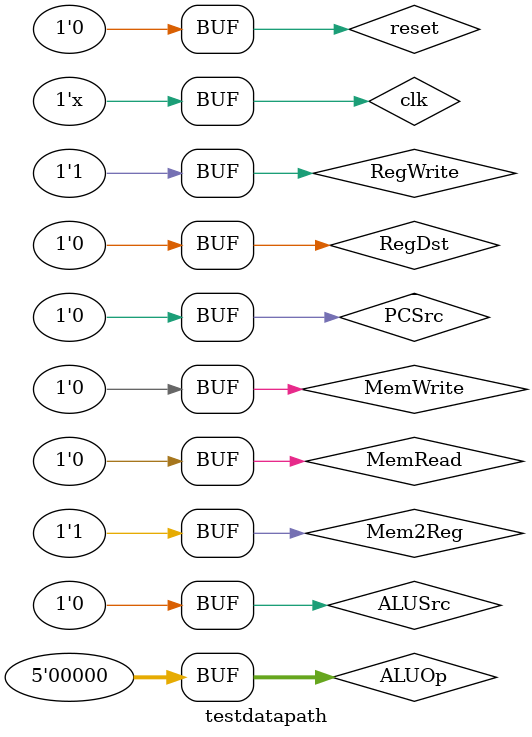
<source format=v>
`timescale 1ns / 1ps


module testdatapath;

	// Inputs
	reg clk;
	reg reset;
	reg RegDst;
	reg ALUSrc;
	reg Mem2Reg;
	reg MemRead;
	reg MemWrite;
	reg RegWrite;
	reg PCSrc;
	reg [4:0] ALUOp;

	// Outputs
	wire [31:0] out;
	wire [5:0] op;
	wire zero;

	// Instantiate the Unit Under Test (UUT)
	Rtypeinst uut (
		.out(out), 
		.op(op), 
		.zero(zero), 
		.clk(clk), 
		.reset(reset), 
		.RegDst(RegDst), 
		.ALUSrc(ALUSrc), 
		.Mem2Reg(Mem2Reg), 
		.MemRead(MemRead), 
		.MemWrite(MemWrite), 
		.RegWrite(RegWrite), 
		.PCSrc(PCSrc), 
		.ALUOp(ALUOp)
	);

	initial begin
		// Initialize Inputs
		clk = 0;
		reset = 1;
		RegDst = 0;
		ALUSrc = 0;
		Mem2Reg = 1;
		MemRead = 0;
		MemWrite = 0;
		RegWrite = 1;
		PCSrc = 0;
		ALUOp = 0;

		// Wait 100 ns for global reset to finish
		#30
        
		clk = 0;
		reset = 0;
		RegDst = 0;
		ALUSrc = 0;
		Mem2Reg = 1;
		MemRead = 0;
		MemWrite = 0;
		RegWrite = 1;
		PCSrc = 0;
		ALUOp = 0;
		// Add stimulus here

		#100
        
		clk = 0;
		reset = 0;
		RegDst = 0;
		ALUSrc = 0;
		Mem2Reg = 1;
		MemRead = 0;
		MemWrite = 0;
		RegWrite = 1;
		PCSrc = 0;
		ALUOp = 0;
		// Add stimulus here

	end
   always #20 clk = ~clk; 
endmodule


</source>
